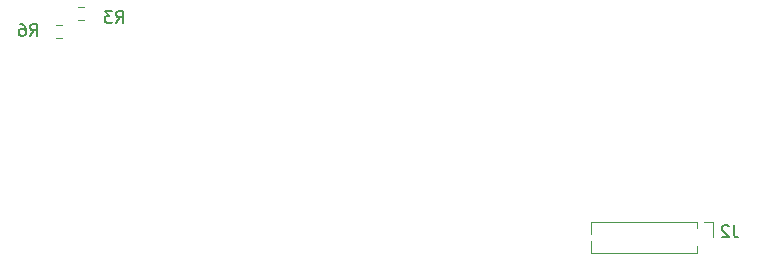
<source format=gbr>
%TF.GenerationSoftware,KiCad,Pcbnew,8.0.8*%
%TF.CreationDate,2025-02-01T00:49:18+03:00*%
%TF.ProjectId,Pistol_Camera_Driver,50697374-6f6c-45f4-9361-6d6572615f44,rev?*%
%TF.SameCoordinates,Original*%
%TF.FileFunction,Legend,Bot*%
%TF.FilePolarity,Positive*%
%FSLAX46Y46*%
G04 Gerber Fmt 4.6, Leading zero omitted, Abs format (unit mm)*
G04 Created by KiCad (PCBNEW 8.0.8) date 2025-02-01 00:49:18*
%MOMM*%
%LPD*%
G01*
G04 APERTURE LIST*
%ADD10C,0.150000*%
%ADD11C,0.120000*%
G04 APERTURE END LIST*
D10*
X60266666Y-37314819D02*
X60599999Y-36838628D01*
X60838094Y-37314819D02*
X60838094Y-36314819D01*
X60838094Y-36314819D02*
X60457142Y-36314819D01*
X60457142Y-36314819D02*
X60361904Y-36362438D01*
X60361904Y-36362438D02*
X60314285Y-36410057D01*
X60314285Y-36410057D02*
X60266666Y-36505295D01*
X60266666Y-36505295D02*
X60266666Y-36648152D01*
X60266666Y-36648152D02*
X60314285Y-36743390D01*
X60314285Y-36743390D02*
X60361904Y-36791009D01*
X60361904Y-36791009D02*
X60457142Y-36838628D01*
X60457142Y-36838628D02*
X60838094Y-36838628D01*
X59933332Y-36314819D02*
X59314285Y-36314819D01*
X59314285Y-36314819D02*
X59647618Y-36695771D01*
X59647618Y-36695771D02*
X59504761Y-36695771D01*
X59504761Y-36695771D02*
X59409523Y-36743390D01*
X59409523Y-36743390D02*
X59361904Y-36791009D01*
X59361904Y-36791009D02*
X59314285Y-36886247D01*
X59314285Y-36886247D02*
X59314285Y-37124342D01*
X59314285Y-37124342D02*
X59361904Y-37219580D01*
X59361904Y-37219580D02*
X59409523Y-37267200D01*
X59409523Y-37267200D02*
X59504761Y-37314819D01*
X59504761Y-37314819D02*
X59790475Y-37314819D01*
X59790475Y-37314819D02*
X59885713Y-37267200D01*
X59885713Y-37267200D02*
X59933332Y-37219580D01*
X52986666Y-38414819D02*
X53319999Y-37938628D01*
X53558094Y-38414819D02*
X53558094Y-37414819D01*
X53558094Y-37414819D02*
X53177142Y-37414819D01*
X53177142Y-37414819D02*
X53081904Y-37462438D01*
X53081904Y-37462438D02*
X53034285Y-37510057D01*
X53034285Y-37510057D02*
X52986666Y-37605295D01*
X52986666Y-37605295D02*
X52986666Y-37748152D01*
X52986666Y-37748152D02*
X53034285Y-37843390D01*
X53034285Y-37843390D02*
X53081904Y-37891009D01*
X53081904Y-37891009D02*
X53177142Y-37938628D01*
X53177142Y-37938628D02*
X53558094Y-37938628D01*
X52129523Y-37414819D02*
X52319999Y-37414819D01*
X52319999Y-37414819D02*
X52415237Y-37462438D01*
X52415237Y-37462438D02*
X52462856Y-37510057D01*
X52462856Y-37510057D02*
X52558094Y-37652914D01*
X52558094Y-37652914D02*
X52605713Y-37843390D01*
X52605713Y-37843390D02*
X52605713Y-38224342D01*
X52605713Y-38224342D02*
X52558094Y-38319580D01*
X52558094Y-38319580D02*
X52510475Y-38367200D01*
X52510475Y-38367200D02*
X52415237Y-38414819D01*
X52415237Y-38414819D02*
X52224761Y-38414819D01*
X52224761Y-38414819D02*
X52129523Y-38367200D01*
X52129523Y-38367200D02*
X52081904Y-38319580D01*
X52081904Y-38319580D02*
X52034285Y-38224342D01*
X52034285Y-38224342D02*
X52034285Y-37986247D01*
X52034285Y-37986247D02*
X52081904Y-37891009D01*
X52081904Y-37891009D02*
X52129523Y-37843390D01*
X52129523Y-37843390D02*
X52224761Y-37795771D01*
X52224761Y-37795771D02*
X52415237Y-37795771D01*
X52415237Y-37795771D02*
X52510475Y-37843390D01*
X52510475Y-37843390D02*
X52558094Y-37891009D01*
X52558094Y-37891009D02*
X52605713Y-37986247D01*
X112543333Y-54449819D02*
X112543333Y-55164104D01*
X112543333Y-55164104D02*
X112590952Y-55306961D01*
X112590952Y-55306961D02*
X112686190Y-55402200D01*
X112686190Y-55402200D02*
X112829047Y-55449819D01*
X112829047Y-55449819D02*
X112924285Y-55449819D01*
X112114761Y-54545057D02*
X112067142Y-54497438D01*
X112067142Y-54497438D02*
X111971904Y-54449819D01*
X111971904Y-54449819D02*
X111733809Y-54449819D01*
X111733809Y-54449819D02*
X111638571Y-54497438D01*
X111638571Y-54497438D02*
X111590952Y-54545057D01*
X111590952Y-54545057D02*
X111543333Y-54640295D01*
X111543333Y-54640295D02*
X111543333Y-54735533D01*
X111543333Y-54735533D02*
X111590952Y-54878390D01*
X111590952Y-54878390D02*
X112162380Y-55449819D01*
X112162380Y-55449819D02*
X111543333Y-55449819D01*
D11*
%TO.C,R3*%
X57554724Y-35977500D02*
X57045276Y-35977500D01*
X57554724Y-37022500D02*
X57045276Y-37022500D01*
%TO.C,R6*%
X55145276Y-37507500D02*
X55654724Y-37507500D01*
X55145276Y-38552500D02*
X55654724Y-38552500D01*
%TO.C,J2*%
X100475000Y-55162470D02*
X100475000Y-54139999D01*
X100475000Y-56800001D02*
X100475000Y-55777530D01*
X109425000Y-54140000D02*
X100475000Y-54139999D01*
X109425000Y-54710000D02*
X109425000Y-54140000D01*
X109425000Y-56800000D02*
X100475000Y-56800001D01*
X109425000Y-56800000D02*
X109425000Y-56230000D01*
X110820000Y-54140000D02*
X110060000Y-54140000D01*
X110820000Y-55470000D02*
X110820000Y-54140000D01*
%TD*%
M02*

</source>
